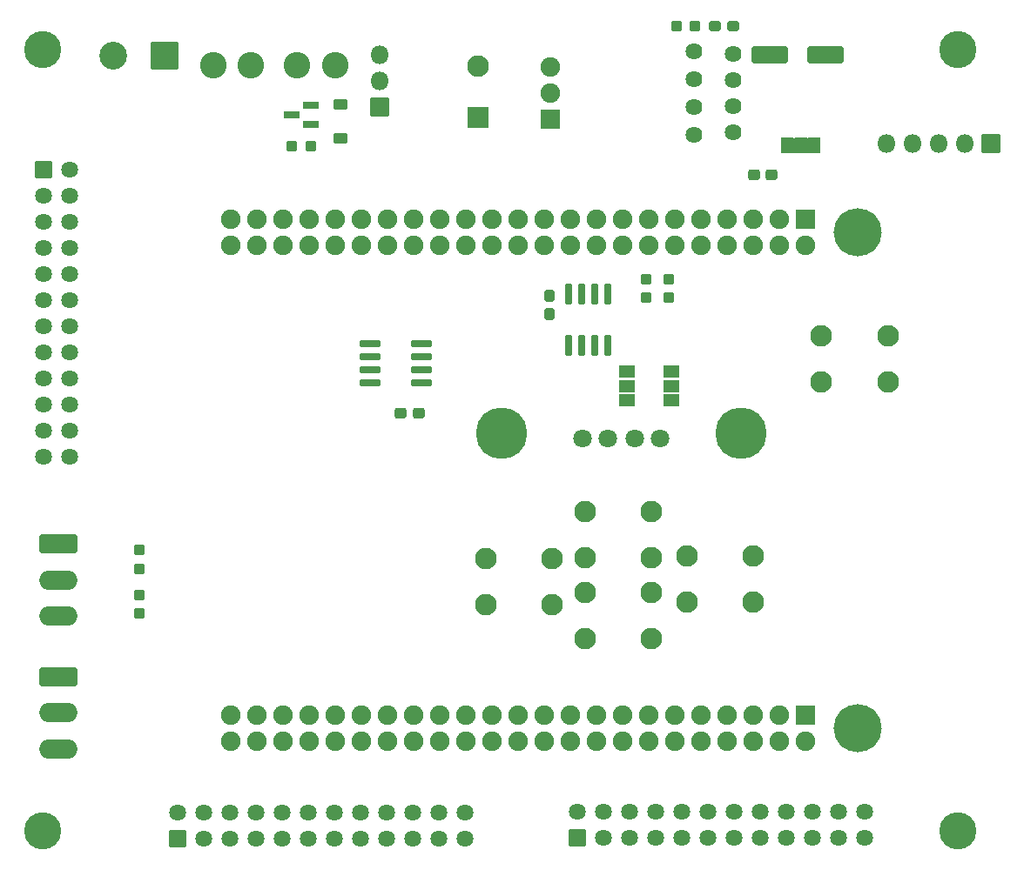
<source format=gbr>
G04 #@! TF.GenerationSoftware,KiCad,Pcbnew,(6.0.5)*
G04 #@! TF.CreationDate,2022-06-02T00:56:07-04:00*
G04 #@! TF.ProjectId,BBB_16_Expansion,4242425f-3136-45f4-9578-70616e73696f,v1*
G04 #@! TF.SameCoordinates,Original*
G04 #@! TF.FileFunction,Soldermask,Top*
G04 #@! TF.FilePolarity,Negative*
%FSLAX46Y46*%
G04 Gerber Fmt 4.6, Leading zero omitted, Abs format (unit mm)*
G04 Created by KiCad (PCBNEW (6.0.5)) date 2022-06-02 00:56:07*
%MOMM*%
%LPD*%
G01*
G04 APERTURE LIST*
G04 Aperture macros list*
%AMRoundRect*
0 Rectangle with rounded corners*
0 $1 Rounding radius*
0 $2 $3 $4 $5 $6 $7 $8 $9 X,Y pos of 4 corners*
0 Add a 4 corners polygon primitive as box body*
4,1,4,$2,$3,$4,$5,$6,$7,$8,$9,$2,$3,0*
0 Add four circle primitives for the rounded corners*
1,1,$1+$1,$2,$3*
1,1,$1+$1,$4,$5*
1,1,$1+$1,$6,$7*
1,1,$1+$1,$8,$9*
0 Add four rect primitives between the rounded corners*
20,1,$1+$1,$2,$3,$4,$5,0*
20,1,$1+$1,$4,$5,$6,$7,0*
20,1,$1+$1,$6,$7,$8,$9,0*
20,1,$1+$1,$8,$9,$2,$3,0*%
G04 Aperture macros list end*
%ADD10RoundRect,0.051000X1.000000X-1.000000X1.000000X1.000000X-1.000000X1.000000X-1.000000X-1.000000X0*%
%ADD11C,2.102000*%
%ADD12RoundRect,0.288500X-0.287500X-0.237500X0.287500X-0.237500X0.287500X0.237500X-0.287500X0.237500X0*%
%ADD13C,5.000000*%
%ADD14C,1.802000*%
%ADD15RoundRect,0.051000X-0.850000X0.850000X-0.850000X-0.850000X0.850000X-0.850000X0.850000X0.850000X0*%
%ADD16O,1.802000X1.802000*%
%ADD17RoundRect,0.288500X-0.237500X0.250000X-0.237500X-0.250000X0.237500X-0.250000X0.237500X0.250000X0*%
%ADD18RoundRect,0.288500X0.237500X-0.300000X0.237500X0.300000X-0.237500X0.300000X-0.237500X-0.300000X0*%
%ADD19RoundRect,0.201000X0.150000X-0.825000X0.150000X0.825000X-0.150000X0.825000X-0.150000X-0.825000X0*%
%ADD20RoundRect,0.288500X-0.250000X-0.237500X0.250000X-0.237500X0.250000X0.237500X-0.250000X0.237500X0*%
%ADD21RoundRect,0.301000X-1.550000X0.650000X-1.550000X-0.650000X1.550000X-0.650000X1.550000X0.650000X0*%
%ADD22O,3.702000X1.902000*%
%ADD23RoundRect,0.288500X-0.300000X-0.237500X0.300000X-0.237500X0.300000X0.237500X-0.300000X0.237500X0*%
%ADD24RoundRect,0.201000X0.825000X0.150000X-0.825000X0.150000X-0.825000X-0.150000X0.825000X-0.150000X0*%
%ADD25RoundRect,0.288500X0.300000X0.237500X-0.300000X0.237500X-0.300000X-0.237500X0.300000X-0.237500X0*%
%ADD26RoundRect,0.051000X0.750000X-0.500000X0.750000X0.500000X-0.750000X0.500000X-0.750000X-0.500000X0*%
%ADD27RoundRect,0.051000X-0.765000X-0.765000X0.765000X-0.765000X0.765000X0.765000X-0.765000X0.765000X0*%
%ADD28C,1.632000*%
%ADD29RoundRect,0.051000X-0.765000X0.765000X-0.765000X-0.765000X0.765000X-0.765000X0.765000X0.765000X0*%
%ADD30RoundRect,0.051000X-0.900000X-0.900000X0.900000X-0.900000X0.900000X0.900000X-0.900000X0.900000X0*%
%ADD31C,1.902000*%
%ADD32C,4.674000*%
%ADD33RoundRect,0.301000X-1.500000X-0.550000X1.500000X-0.550000X1.500000X0.550000X-1.500000X0.550000X0*%
%ADD34C,3.602000*%
%ADD35C,2.577000*%
%ADD36RoundRect,0.051000X0.850000X0.850000X-0.850000X0.850000X-0.850000X-0.850000X0.850000X-0.850000X0*%
%ADD37RoundRect,0.051000X-0.500000X-0.750000X0.500000X-0.750000X0.500000X0.750000X-0.500000X0.750000X0*%
%ADD38RoundRect,0.201000X0.587500X0.150000X-0.587500X0.150000X-0.587500X-0.150000X0.587500X-0.150000X0*%
%ADD39RoundRect,0.051000X-0.600000X0.450000X-0.600000X-0.450000X0.600000X-0.450000X0.600000X0.450000X0*%
%ADD40RoundRect,0.051000X-0.900000X0.900000X-0.900000X-0.900000X0.900000X-0.900000X0.900000X0.900000X0*%
%ADD41C,1.626000*%
%ADD42RoundRect,0.051000X1.300000X1.300000X-1.300000X1.300000X-1.300000X-1.300000X1.300000X-1.300000X0*%
%ADD43C,2.702000*%
G04 APERTURE END LIST*
D10*
X186716000Y-66801677D03*
D11*
X186716000Y-61801677D03*
D12*
X209741000Y-57934000D03*
X211491000Y-57934000D03*
D13*
X212310000Y-97544000D03*
X189010000Y-97544000D03*
D14*
X196860000Y-98044000D03*
X199360000Y-98044000D03*
X201960000Y-98044000D03*
X204460000Y-98044000D03*
D15*
X236591000Y-69334000D03*
D16*
X234051000Y-69334000D03*
X231511000Y-69334000D03*
X228971000Y-69334000D03*
X226431000Y-69334000D03*
D17*
X203070000Y-82533400D03*
X203070000Y-84358400D03*
D18*
X193646600Y-85921300D03*
X193646600Y-84196300D03*
D19*
X195551600Y-88956200D03*
X196821600Y-88956200D03*
X198091600Y-88956200D03*
X199361600Y-88956200D03*
X199361600Y-84006200D03*
X198091600Y-84006200D03*
X196821600Y-84006200D03*
X195551600Y-84006200D03*
D20*
X206003500Y-57934000D03*
X207828500Y-57934000D03*
D21*
X145916000Y-108334000D03*
D22*
X145916000Y-111834000D03*
X145916000Y-115334000D03*
D17*
X153766000Y-113271500D03*
X153766000Y-115096500D03*
D23*
X213553500Y-72434000D03*
X215278500Y-72434000D03*
D24*
X181191000Y-92639000D03*
X181191000Y-91369000D03*
X181191000Y-90099000D03*
X181191000Y-88829000D03*
X176241000Y-88829000D03*
X176241000Y-90099000D03*
X176241000Y-91369000D03*
X176241000Y-92639000D03*
D25*
X180928500Y-95584000D03*
X179203500Y-95584000D03*
D21*
X145873500Y-121251500D03*
D22*
X145873500Y-124751500D03*
X145873500Y-128251500D03*
D17*
X153766000Y-108921500D03*
X153766000Y-110746500D03*
D26*
X205486000Y-94361000D03*
X205486000Y-92964000D03*
X205486000Y-91567000D03*
X201168000Y-94361000D03*
X201168000Y-92964000D03*
X201168000Y-91567000D03*
D11*
X226566000Y-88084000D03*
X220066000Y-88084000D03*
X226566000Y-92584000D03*
X220066000Y-92584000D03*
D27*
X157546000Y-137004000D03*
D28*
X157546000Y-134464000D03*
X160086000Y-137004000D03*
X160086000Y-134464000D03*
X162626000Y-137004000D03*
X162626000Y-134464000D03*
X165166000Y-137004000D03*
X165166000Y-134464000D03*
X167706000Y-137004000D03*
X167706000Y-134464000D03*
X170246000Y-137004000D03*
X170246000Y-134464000D03*
X172786000Y-137004000D03*
X172786000Y-134464000D03*
X175326000Y-137004000D03*
X175326000Y-134464000D03*
X177866000Y-137004000D03*
X177866000Y-134464000D03*
X180406000Y-137004000D03*
X180406000Y-134464000D03*
X182946000Y-137004000D03*
X182946000Y-134464000D03*
X185486000Y-137004000D03*
X185486000Y-134464000D03*
D29*
X144446000Y-71864000D03*
D28*
X146986000Y-71864000D03*
X144446000Y-74404000D03*
X146986000Y-74404000D03*
X144446000Y-76944000D03*
X146986000Y-76944000D03*
X144446000Y-79484000D03*
X146986000Y-79484000D03*
X144446000Y-82024000D03*
X146986000Y-82024000D03*
X144446000Y-84564000D03*
X146986000Y-84564000D03*
X144446000Y-87104000D03*
X146986000Y-87104000D03*
X144446000Y-89644000D03*
X146986000Y-89644000D03*
X144446000Y-92184000D03*
X146986000Y-92184000D03*
X144446000Y-94724000D03*
X146986000Y-94724000D03*
X144446000Y-97264000D03*
X146986000Y-97264000D03*
X144446000Y-99804000D03*
X146986000Y-99804000D03*
D27*
X196346000Y-136926500D03*
D28*
X196346000Y-134386500D03*
X198886000Y-136926500D03*
X198886000Y-134386500D03*
X201426000Y-136926500D03*
X201426000Y-134386500D03*
X203966000Y-136926500D03*
X203966000Y-134386500D03*
X206506000Y-136926500D03*
X206506000Y-134386500D03*
X209046000Y-136926500D03*
X209046000Y-134386500D03*
X211586000Y-136926500D03*
X211586000Y-134386500D03*
X214126000Y-136926500D03*
X214126000Y-134386500D03*
X216666000Y-136926500D03*
X216666000Y-134386500D03*
X219206000Y-136926500D03*
X219206000Y-134386500D03*
X221746000Y-136926500D03*
X221746000Y-134386500D03*
X224286000Y-136926500D03*
X224286000Y-134386500D03*
D30*
X218567000Y-124968000D03*
D31*
X218567000Y-127508000D03*
X216027000Y-124968000D03*
X216027000Y-127508000D03*
X213487000Y-124968000D03*
X213487000Y-127508000D03*
X210947000Y-124968000D03*
X210947000Y-127508000D03*
X208407000Y-124968000D03*
X208407000Y-127508000D03*
X205867000Y-124968000D03*
X205867000Y-127508000D03*
X203327000Y-124968000D03*
X203327000Y-127508000D03*
X200787000Y-124968000D03*
X200787000Y-127508000D03*
X198247000Y-124968000D03*
X198247000Y-127508000D03*
X195707000Y-124968000D03*
X195707000Y-127508000D03*
X193167000Y-124968000D03*
X193167000Y-127508000D03*
X190627000Y-124968000D03*
X190627000Y-127508000D03*
X188087000Y-124968000D03*
X188087000Y-127508000D03*
X185547000Y-124968000D03*
X185547000Y-127508000D03*
X183007000Y-124968000D03*
X183007000Y-127508000D03*
X180467000Y-124968000D03*
X180467000Y-127508000D03*
X177927000Y-124968000D03*
X177927000Y-127508000D03*
X175387000Y-124968000D03*
X175387000Y-127508000D03*
X172847000Y-124968000D03*
X172847000Y-127508000D03*
X170307000Y-124968000D03*
X170307000Y-127508000D03*
X167767000Y-124968000D03*
X167767000Y-127508000D03*
X165227000Y-124968000D03*
X165227000Y-127508000D03*
X162687000Y-124968000D03*
X162687000Y-127508000D03*
D30*
X218567000Y-76708000D03*
D31*
X218567000Y-79248000D03*
X216027000Y-76708000D03*
X216027000Y-79248000D03*
X213487000Y-76708000D03*
X213487000Y-79248000D03*
X210947000Y-76708000D03*
X210947000Y-79248000D03*
X208407000Y-76708000D03*
X208407000Y-79248000D03*
X205867000Y-76708000D03*
X205867000Y-79248000D03*
X203327000Y-76708000D03*
X203327000Y-79248000D03*
X200787000Y-76708000D03*
X200787000Y-79248000D03*
X198247000Y-76708000D03*
X198247000Y-79248000D03*
X195707000Y-76708000D03*
X195707000Y-79248000D03*
X193167000Y-76708000D03*
X193167000Y-79248000D03*
X190627000Y-76708000D03*
X190627000Y-79248000D03*
X188087000Y-76708000D03*
X188087000Y-79248000D03*
X185547000Y-76708000D03*
X185547000Y-79248000D03*
X183007000Y-76708000D03*
X183007000Y-79248000D03*
X180467000Y-76708000D03*
X180467000Y-79248000D03*
X177927000Y-76708000D03*
X177927000Y-79248000D03*
X175387000Y-76708000D03*
X175387000Y-79248000D03*
X172847000Y-76708000D03*
X172847000Y-79248000D03*
X170307000Y-76708000D03*
X170307000Y-79248000D03*
X167767000Y-76708000D03*
X167767000Y-79248000D03*
X165227000Y-76708000D03*
X165227000Y-79248000D03*
X162687000Y-76708000D03*
X162687000Y-79248000D03*
D32*
X223647000Y-77978000D03*
X223647000Y-126238000D03*
D11*
X207010000Y-109474000D03*
X213510000Y-109474000D03*
X213510000Y-113974000D03*
X207010000Y-113974000D03*
X193952000Y-109728000D03*
X187452000Y-109728000D03*
X187452000Y-114228000D03*
X193952000Y-114228000D03*
X203604000Y-105156000D03*
X197104000Y-105156000D03*
X203604000Y-109656000D03*
X197104000Y-109656000D03*
X197104000Y-113030000D03*
X203604000Y-113030000D03*
X197104000Y-117530000D03*
X203604000Y-117530000D03*
D17*
X205267100Y-82533400D03*
X205267100Y-84358400D03*
D33*
X215116000Y-60734000D03*
X220516000Y-60734000D03*
D34*
X233416000Y-60234000D03*
D35*
X160949210Y-61721041D03*
X164649210Y-61721041D03*
X169149210Y-61721041D03*
X172849210Y-61721041D03*
D36*
X177116000Y-65821041D03*
D16*
X177116000Y-63281041D03*
X177116000Y-60741041D03*
D34*
X144416000Y-136234000D03*
D37*
X216816000Y-69534000D03*
X218116000Y-69534000D03*
X219416000Y-69534000D03*
D34*
X233416000Y-136234000D03*
D38*
X170453500Y-67534000D03*
X170453500Y-65634000D03*
X168578500Y-66584000D03*
D20*
X168603500Y-69584000D03*
X170428500Y-69584000D03*
D39*
X173316000Y-65534000D03*
X173316000Y-68834000D03*
D40*
X193724000Y-66984000D03*
D31*
X193724000Y-64444000D03*
X193724000Y-61904000D03*
D41*
X211504000Y-60634000D03*
X211504000Y-63174000D03*
X211504000Y-65714000D03*
X211504000Y-68254000D03*
X207694000Y-60402060D03*
X207694000Y-63097000D03*
X207694000Y-65791000D03*
X207694000Y-68485940D03*
D34*
X144416000Y-60234000D03*
D42*
X156216000Y-60834000D03*
D43*
X151216000Y-60834000D03*
G36*
X217365267Y-68767301D02*
G01*
X217416946Y-68810489D01*
X217485661Y-68819120D01*
X217548291Y-68789156D01*
X217566348Y-68768318D01*
X217568238Y-68767664D01*
X217569749Y-68768974D01*
X217569821Y-68770018D01*
X217567000Y-68784199D01*
X217567000Y-70283801D01*
X217569978Y-70298774D01*
X217569335Y-70300668D01*
X217567373Y-70301058D01*
X217566733Y-70300699D01*
X217515054Y-70257511D01*
X217446339Y-70248880D01*
X217383709Y-70278844D01*
X217365652Y-70299682D01*
X217363762Y-70300336D01*
X217362251Y-70299026D01*
X217362179Y-70297982D01*
X217365000Y-70283801D01*
X217365000Y-68784199D01*
X217362022Y-68769226D01*
X217362665Y-68767332D01*
X217364627Y-68766942D01*
X217365267Y-68767301D01*
G37*
G36*
X218665267Y-68767301D02*
G01*
X218716946Y-68810489D01*
X218785661Y-68819120D01*
X218848291Y-68789156D01*
X218866348Y-68768318D01*
X218868238Y-68767664D01*
X218869749Y-68768974D01*
X218869821Y-68770018D01*
X218867000Y-68784199D01*
X218867000Y-70283801D01*
X218869978Y-70298774D01*
X218869335Y-70300668D01*
X218867373Y-70301058D01*
X218866733Y-70300699D01*
X218815054Y-70257511D01*
X218746339Y-70248880D01*
X218683709Y-70278844D01*
X218665652Y-70299682D01*
X218663762Y-70300336D01*
X218662251Y-70299026D01*
X218662179Y-70297982D01*
X218665000Y-70283801D01*
X218665000Y-68784199D01*
X218662022Y-68769226D01*
X218662665Y-68767332D01*
X218664627Y-68766942D01*
X218665267Y-68767301D01*
G37*
M02*

</source>
